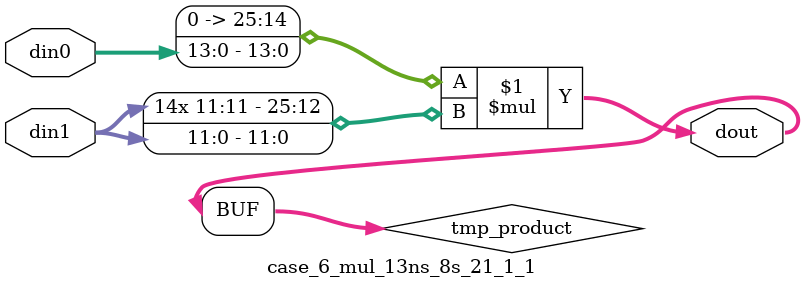
<source format=v>

`timescale 1 ns / 1 ps

 (* use_dsp = "no" *)  module case_6_mul_13ns_8s_21_1_1(din0, din1, dout);
parameter ID = 1;
parameter NUM_STAGE = 0;
parameter din0_WIDTH = 14;
parameter din1_WIDTH = 12;
parameter dout_WIDTH = 26;

input [din0_WIDTH - 1 : 0] din0; 
input [din1_WIDTH - 1 : 0] din1; 
output [dout_WIDTH - 1 : 0] dout;

wire signed [dout_WIDTH - 1 : 0] tmp_product;

























assign tmp_product = $signed({1'b0, din0}) * $signed(din1);










assign dout = tmp_product;





















endmodule

</source>
